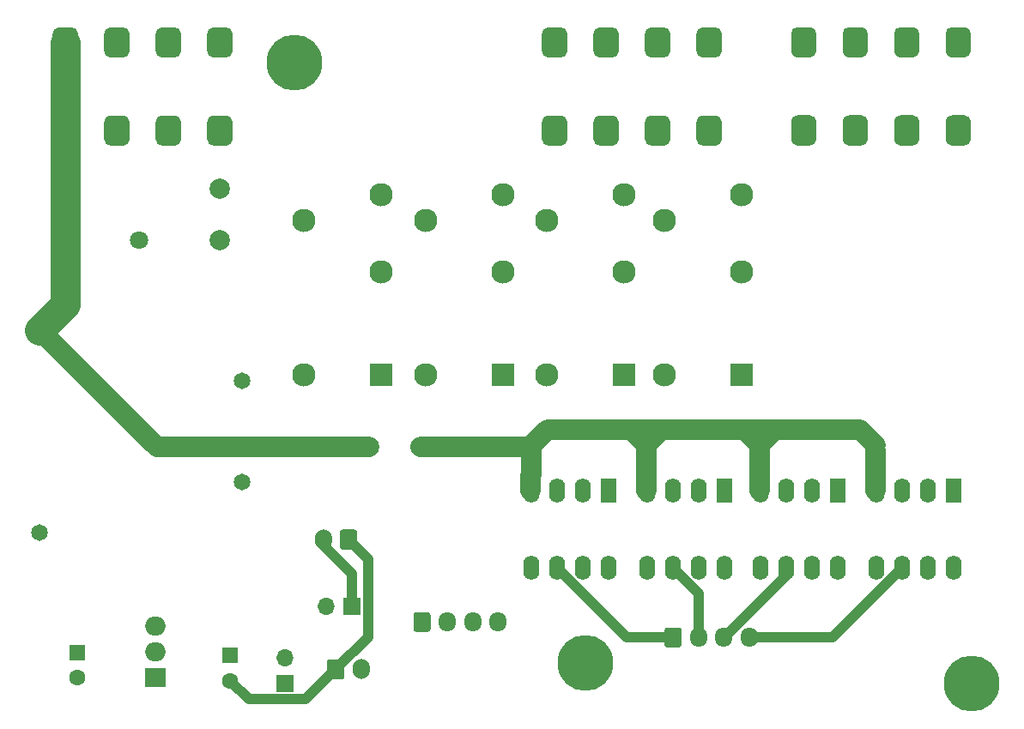
<source format=gbr>
G04 #@! TF.GenerationSoftware,KiCad,Pcbnew,(5.1.6)-1*
G04 #@! TF.CreationDate,2021-10-31T01:35:34+02:00*
G04 #@! TF.ProjectId,hamodule,68616d6f-6475-46c6-952e-6b696361645f,rev?*
G04 #@! TF.SameCoordinates,Original*
G04 #@! TF.FileFunction,Copper,L2,Bot*
G04 #@! TF.FilePolarity,Positive*
%FSLAX46Y46*%
G04 Gerber Fmt 4.6, Leading zero omitted, Abs format (unit mm)*
G04 Created by KiCad (PCBNEW (5.1.6)-1) date 2021-10-31 01:35:34*
%MOMM*%
%LPD*%
G01*
G04 APERTURE LIST*
G04 #@! TA.AperFunction,ComponentPad*
%ADD10C,1.650000*%
G04 #@! TD*
G04 #@! TA.AperFunction,ComponentPad*
%ADD11R,1.650000X1.650000*%
G04 #@! TD*
G04 #@! TA.AperFunction,ComponentPad*
%ADD12C,2.000000*%
G04 #@! TD*
G04 #@! TA.AperFunction,ComponentPad*
%ADD13O,1.700000X1.700000*%
G04 #@! TD*
G04 #@! TA.AperFunction,ComponentPad*
%ADD14R,1.700000X1.700000*%
G04 #@! TD*
G04 #@! TA.AperFunction,ComponentPad*
%ADD15O,1.700000X2.000000*%
G04 #@! TD*
G04 #@! TA.AperFunction,ComponentPad*
%ADD16C,1.600000*%
G04 #@! TD*
G04 #@! TA.AperFunction,ComponentPad*
%ADD17R,1.600000X1.600000*%
G04 #@! TD*
G04 #@! TA.AperFunction,ComponentPad*
%ADD18C,1.800000*%
G04 #@! TD*
G04 #@! TA.AperFunction,ComponentPad*
%ADD19C,5.500000*%
G04 #@! TD*
G04 #@! TA.AperFunction,ComponentPad*
%ADD20C,2.300000*%
G04 #@! TD*
G04 #@! TA.AperFunction,ComponentPad*
%ADD21R,2.300000X2.300000*%
G04 #@! TD*
G04 #@! TA.AperFunction,ComponentPad*
%ADD22O,1.700000X1.950000*%
G04 #@! TD*
G04 #@! TA.AperFunction,ComponentPad*
%ADD23R,1.600000X2.400000*%
G04 #@! TD*
G04 #@! TA.AperFunction,ComponentPad*
%ADD24O,1.600000X2.400000*%
G04 #@! TD*
G04 #@! TA.AperFunction,ComponentPad*
%ADD25O,2.000000X1.905000*%
G04 #@! TD*
G04 #@! TA.AperFunction,ComponentPad*
%ADD26R,2.000000X1.905000*%
G04 #@! TD*
G04 #@! TA.AperFunction,Conductor*
%ADD27C,2.000000*%
G04 #@! TD*
G04 #@! TA.AperFunction,Conductor*
%ADD28C,1.000000*%
G04 #@! TD*
G04 #@! TA.AperFunction,Conductor*
%ADD29C,3.000000*%
G04 #@! TD*
G04 APERTURE END LIST*
D10*
X124076500Y-108568500D03*
X124076500Y-118568500D03*
X104076500Y-123568500D03*
D11*
X104076500Y-103568500D03*
G04 #@! TA.AperFunction,ComponentPad*
G36*
G01*
X169491500Y-82383500D02*
X170741500Y-82383500D01*
G75*
G02*
X171366500Y-83008500I0J-625000D01*
G01*
X171366500Y-84758500D01*
G75*
G02*
X170741500Y-85383500I-625000J0D01*
G01*
X169491500Y-85383500D01*
G75*
G02*
X168866500Y-84758500I0J625000D01*
G01*
X168866500Y-83008500D01*
G75*
G02*
X169491500Y-82383500I625000J0D01*
G01*
G37*
G04 #@! TD.AperFunction*
G04 #@! TA.AperFunction,ComponentPad*
G36*
G01*
X169491500Y-73683500D02*
X170741500Y-73683500D01*
G75*
G02*
X171366500Y-74308500I0J-625000D01*
G01*
X171366500Y-76058500D01*
G75*
G02*
X170741500Y-76683500I-625000J0D01*
G01*
X169491500Y-76683500D01*
G75*
G02*
X168866500Y-76058500I0J625000D01*
G01*
X168866500Y-74308500D01*
G75*
G02*
X169491500Y-73683500I625000J0D01*
G01*
G37*
G04 #@! TD.AperFunction*
G04 #@! TA.AperFunction,ComponentPad*
G36*
G01*
X164411500Y-82383500D02*
X165661500Y-82383500D01*
G75*
G02*
X166286500Y-83008500I0J-625000D01*
G01*
X166286500Y-84758500D01*
G75*
G02*
X165661500Y-85383500I-625000J0D01*
G01*
X164411500Y-85383500D01*
G75*
G02*
X163786500Y-84758500I0J625000D01*
G01*
X163786500Y-83008500D01*
G75*
G02*
X164411500Y-82383500I625000J0D01*
G01*
G37*
G04 #@! TD.AperFunction*
G04 #@! TA.AperFunction,ComponentPad*
G36*
G01*
X164411500Y-73683500D02*
X165661500Y-73683500D01*
G75*
G02*
X166286500Y-74308500I0J-625000D01*
G01*
X166286500Y-76058500D01*
G75*
G02*
X165661500Y-76683500I-625000J0D01*
G01*
X164411500Y-76683500D01*
G75*
G02*
X163786500Y-76058500I0J625000D01*
G01*
X163786500Y-74308500D01*
G75*
G02*
X164411500Y-73683500I625000J0D01*
G01*
G37*
G04 #@! TD.AperFunction*
G04 #@! TA.AperFunction,ComponentPad*
G36*
G01*
X159331500Y-82383500D02*
X160581500Y-82383500D01*
G75*
G02*
X161206500Y-83008500I0J-625000D01*
G01*
X161206500Y-84758500D01*
G75*
G02*
X160581500Y-85383500I-625000J0D01*
G01*
X159331500Y-85383500D01*
G75*
G02*
X158706500Y-84758500I0J625000D01*
G01*
X158706500Y-83008500D01*
G75*
G02*
X159331500Y-82383500I625000J0D01*
G01*
G37*
G04 #@! TD.AperFunction*
G04 #@! TA.AperFunction,ComponentPad*
G36*
G01*
X159331500Y-73683500D02*
X160581500Y-73683500D01*
G75*
G02*
X161206500Y-74308500I0J-625000D01*
G01*
X161206500Y-76058500D01*
G75*
G02*
X160581500Y-76683500I-625000J0D01*
G01*
X159331500Y-76683500D01*
G75*
G02*
X158706500Y-76058500I0J625000D01*
G01*
X158706500Y-74308500D01*
G75*
G02*
X159331500Y-73683500I625000J0D01*
G01*
G37*
G04 #@! TD.AperFunction*
G04 #@! TA.AperFunction,ComponentPad*
G36*
G01*
X154251500Y-82383500D02*
X155501500Y-82383500D01*
G75*
G02*
X156126500Y-83008500I0J-625000D01*
G01*
X156126500Y-84758500D01*
G75*
G02*
X155501500Y-85383500I-625000J0D01*
G01*
X154251500Y-85383500D01*
G75*
G02*
X153626500Y-84758500I0J625000D01*
G01*
X153626500Y-83008500D01*
G75*
G02*
X154251500Y-82383500I625000J0D01*
G01*
G37*
G04 #@! TD.AperFunction*
G04 #@! TA.AperFunction,ComponentPad*
G36*
G01*
X154251500Y-73683500D02*
X155501500Y-73683500D01*
G75*
G02*
X156126500Y-74308500I0J-625000D01*
G01*
X156126500Y-76058500D01*
G75*
G02*
X155501500Y-76683500I-625000J0D01*
G01*
X154251500Y-76683500D01*
G75*
G02*
X153626500Y-76058500I0J625000D01*
G01*
X153626500Y-74308500D01*
G75*
G02*
X154251500Y-73683500I625000J0D01*
G01*
G37*
G04 #@! TD.AperFunction*
D12*
X141668500Y-115125500D03*
X136588500Y-115125500D03*
D13*
X128257300Y-135928100D03*
D14*
X128257300Y-138468100D03*
D15*
X135775700Y-137071100D03*
G04 #@! TA.AperFunction,ComponentPad*
G36*
G01*
X132425700Y-137821100D02*
X132425700Y-136321100D01*
G75*
G02*
X132675700Y-136071100I250000J0D01*
G01*
X133875700Y-136071100D01*
G75*
G02*
X134125700Y-136321100I0J-250000D01*
G01*
X134125700Y-137821100D01*
G75*
G02*
X133875700Y-138071100I-250000J0D01*
G01*
X132675700Y-138071100D01*
G75*
G02*
X132425700Y-137821100I0J250000D01*
G01*
G37*
G04 #@! TD.AperFunction*
G04 #@! TA.AperFunction,ComponentPad*
G36*
G01*
X194058500Y-82371500D02*
X195308500Y-82371500D01*
G75*
G02*
X195933500Y-82996500I0J-625000D01*
G01*
X195933500Y-84746500D01*
G75*
G02*
X195308500Y-85371500I-625000J0D01*
G01*
X194058500Y-85371500D01*
G75*
G02*
X193433500Y-84746500I0J625000D01*
G01*
X193433500Y-82996500D01*
G75*
G02*
X194058500Y-82371500I625000J0D01*
G01*
G37*
G04 #@! TD.AperFunction*
G04 #@! TA.AperFunction,ComponentPad*
G36*
G01*
X194058500Y-73671500D02*
X195308500Y-73671500D01*
G75*
G02*
X195933500Y-74296500I0J-625000D01*
G01*
X195933500Y-76046500D01*
G75*
G02*
X195308500Y-76671500I-625000J0D01*
G01*
X194058500Y-76671500D01*
G75*
G02*
X193433500Y-76046500I0J625000D01*
G01*
X193433500Y-74296500D01*
G75*
G02*
X194058500Y-73671500I625000J0D01*
G01*
G37*
G04 #@! TD.AperFunction*
G04 #@! TA.AperFunction,ComponentPad*
G36*
G01*
X188978500Y-82371500D02*
X190228500Y-82371500D01*
G75*
G02*
X190853500Y-82996500I0J-625000D01*
G01*
X190853500Y-84746500D01*
G75*
G02*
X190228500Y-85371500I-625000J0D01*
G01*
X188978500Y-85371500D01*
G75*
G02*
X188353500Y-84746500I0J625000D01*
G01*
X188353500Y-82996500D01*
G75*
G02*
X188978500Y-82371500I625000J0D01*
G01*
G37*
G04 #@! TD.AperFunction*
G04 #@! TA.AperFunction,ComponentPad*
G36*
G01*
X188978500Y-73671500D02*
X190228500Y-73671500D01*
G75*
G02*
X190853500Y-74296500I0J-625000D01*
G01*
X190853500Y-76046500D01*
G75*
G02*
X190228500Y-76671500I-625000J0D01*
G01*
X188978500Y-76671500D01*
G75*
G02*
X188353500Y-76046500I0J625000D01*
G01*
X188353500Y-74296500D01*
G75*
G02*
X188978500Y-73671500I625000J0D01*
G01*
G37*
G04 #@! TD.AperFunction*
G04 #@! TA.AperFunction,ComponentPad*
G36*
G01*
X183898500Y-82371500D02*
X185148500Y-82371500D01*
G75*
G02*
X185773500Y-82996500I0J-625000D01*
G01*
X185773500Y-84746500D01*
G75*
G02*
X185148500Y-85371500I-625000J0D01*
G01*
X183898500Y-85371500D01*
G75*
G02*
X183273500Y-84746500I0J625000D01*
G01*
X183273500Y-82996500D01*
G75*
G02*
X183898500Y-82371500I625000J0D01*
G01*
G37*
G04 #@! TD.AperFunction*
G04 #@! TA.AperFunction,ComponentPad*
G36*
G01*
X183898500Y-73671500D02*
X185148500Y-73671500D01*
G75*
G02*
X185773500Y-74296500I0J-625000D01*
G01*
X185773500Y-76046500D01*
G75*
G02*
X185148500Y-76671500I-625000J0D01*
G01*
X183898500Y-76671500D01*
G75*
G02*
X183273500Y-76046500I0J625000D01*
G01*
X183273500Y-74296500D01*
G75*
G02*
X183898500Y-73671500I625000J0D01*
G01*
G37*
G04 #@! TD.AperFunction*
G04 #@! TA.AperFunction,ComponentPad*
G36*
G01*
X178818500Y-82371500D02*
X180068500Y-82371500D01*
G75*
G02*
X180693500Y-82996500I0J-625000D01*
G01*
X180693500Y-84746500D01*
G75*
G02*
X180068500Y-85371500I-625000J0D01*
G01*
X178818500Y-85371500D01*
G75*
G02*
X178193500Y-84746500I0J625000D01*
G01*
X178193500Y-82996500D01*
G75*
G02*
X178818500Y-82371500I625000J0D01*
G01*
G37*
G04 #@! TD.AperFunction*
G04 #@! TA.AperFunction,ComponentPad*
G36*
G01*
X178818500Y-73671500D02*
X180068500Y-73671500D01*
G75*
G02*
X180693500Y-74296500I0J-625000D01*
G01*
X180693500Y-76046500D01*
G75*
G02*
X180068500Y-76671500I-625000J0D01*
G01*
X178818500Y-76671500D01*
G75*
G02*
X178193500Y-76046500I0J625000D01*
G01*
X178193500Y-74296500D01*
G75*
G02*
X178818500Y-73671500I625000J0D01*
G01*
G37*
G04 #@! TD.AperFunction*
G04 #@! TA.AperFunction,ComponentPad*
G36*
G01*
X121231500Y-82383500D02*
X122481500Y-82383500D01*
G75*
G02*
X123106500Y-83008500I0J-625000D01*
G01*
X123106500Y-84758500D01*
G75*
G02*
X122481500Y-85383500I-625000J0D01*
G01*
X121231500Y-85383500D01*
G75*
G02*
X120606500Y-84758500I0J625000D01*
G01*
X120606500Y-83008500D01*
G75*
G02*
X121231500Y-82383500I625000J0D01*
G01*
G37*
G04 #@! TD.AperFunction*
G04 #@! TA.AperFunction,ComponentPad*
G36*
G01*
X121231500Y-73683500D02*
X122481500Y-73683500D01*
G75*
G02*
X123106500Y-74308500I0J-625000D01*
G01*
X123106500Y-76058500D01*
G75*
G02*
X122481500Y-76683500I-625000J0D01*
G01*
X121231500Y-76683500D01*
G75*
G02*
X120606500Y-76058500I0J625000D01*
G01*
X120606500Y-74308500D01*
G75*
G02*
X121231500Y-73683500I625000J0D01*
G01*
G37*
G04 #@! TD.AperFunction*
G04 #@! TA.AperFunction,ComponentPad*
G36*
G01*
X116151500Y-82383500D02*
X117401500Y-82383500D01*
G75*
G02*
X118026500Y-83008500I0J-625000D01*
G01*
X118026500Y-84758500D01*
G75*
G02*
X117401500Y-85383500I-625000J0D01*
G01*
X116151500Y-85383500D01*
G75*
G02*
X115526500Y-84758500I0J625000D01*
G01*
X115526500Y-83008500D01*
G75*
G02*
X116151500Y-82383500I625000J0D01*
G01*
G37*
G04 #@! TD.AperFunction*
G04 #@! TA.AperFunction,ComponentPad*
G36*
G01*
X116151500Y-73683500D02*
X117401500Y-73683500D01*
G75*
G02*
X118026500Y-74308500I0J-625000D01*
G01*
X118026500Y-76058500D01*
G75*
G02*
X117401500Y-76683500I-625000J0D01*
G01*
X116151500Y-76683500D01*
G75*
G02*
X115526500Y-76058500I0J625000D01*
G01*
X115526500Y-74308500D01*
G75*
G02*
X116151500Y-73683500I625000J0D01*
G01*
G37*
G04 #@! TD.AperFunction*
G04 #@! TA.AperFunction,ComponentPad*
G36*
G01*
X111071500Y-82383500D02*
X112321500Y-82383500D01*
G75*
G02*
X112946500Y-83008500I0J-625000D01*
G01*
X112946500Y-84758500D01*
G75*
G02*
X112321500Y-85383500I-625000J0D01*
G01*
X111071500Y-85383500D01*
G75*
G02*
X110446500Y-84758500I0J625000D01*
G01*
X110446500Y-83008500D01*
G75*
G02*
X111071500Y-82383500I625000J0D01*
G01*
G37*
G04 #@! TD.AperFunction*
G04 #@! TA.AperFunction,ComponentPad*
G36*
G01*
X111071500Y-73683500D02*
X112321500Y-73683500D01*
G75*
G02*
X112946500Y-74308500I0J-625000D01*
G01*
X112946500Y-76058500D01*
G75*
G02*
X112321500Y-76683500I-625000J0D01*
G01*
X111071500Y-76683500D01*
G75*
G02*
X110446500Y-76058500I0J625000D01*
G01*
X110446500Y-74308500D01*
G75*
G02*
X111071500Y-73683500I625000J0D01*
G01*
G37*
G04 #@! TD.AperFunction*
G04 #@! TA.AperFunction,ComponentPad*
G36*
G01*
X105991500Y-82383500D02*
X107241500Y-82383500D01*
G75*
G02*
X107866500Y-83008500I0J-625000D01*
G01*
X107866500Y-84758500D01*
G75*
G02*
X107241500Y-85383500I-625000J0D01*
G01*
X105991500Y-85383500D01*
G75*
G02*
X105366500Y-84758500I0J625000D01*
G01*
X105366500Y-83008500D01*
G75*
G02*
X105991500Y-82383500I625000J0D01*
G01*
G37*
G04 #@! TD.AperFunction*
G04 #@! TA.AperFunction,ComponentPad*
G36*
G01*
X105991500Y-73683500D02*
X107241500Y-73683500D01*
G75*
G02*
X107866500Y-74308500I0J-625000D01*
G01*
X107866500Y-76058500D01*
G75*
G02*
X107241500Y-76683500I-625000J0D01*
G01*
X105991500Y-76683500D01*
G75*
G02*
X105366500Y-76058500I0J625000D01*
G01*
X105366500Y-74308500D01*
G75*
G02*
X105991500Y-73683500I625000J0D01*
G01*
G37*
G04 #@! TD.AperFunction*
D13*
X132372100Y-130850640D03*
D14*
X134912100Y-130850640D03*
D16*
X122872500Y-138188700D03*
D17*
X122872500Y-135688700D03*
D16*
X107759500Y-137920100D03*
D17*
X107759500Y-135420100D03*
D18*
X113916500Y-94673500D03*
X106416500Y-93040170D03*
D19*
X129171700Y-77152500D03*
D20*
X154114500Y-108013500D03*
X154114500Y-92773500D03*
X161734500Y-90233500D03*
X161734500Y-97853500D03*
D21*
X161734500Y-108013500D03*
D22*
X149288500Y-132397500D03*
X146788500Y-132397500D03*
X144288500Y-132397500D03*
G04 #@! TA.AperFunction,ComponentPad*
G36*
G01*
X140938500Y-133122500D02*
X140938500Y-131672500D01*
G75*
G02*
X141188500Y-131422500I250000J0D01*
G01*
X142388500Y-131422500D01*
G75*
G02*
X142638500Y-131672500I0J-250000D01*
G01*
X142638500Y-133122500D01*
G75*
G02*
X142388500Y-133372500I-250000J0D01*
G01*
X141188500Y-133372500D01*
G75*
G02*
X140938500Y-133122500I0J250000D01*
G01*
G37*
G04 #@! TD.AperFunction*
D23*
X171626500Y-119427500D03*
D24*
X164006500Y-127047500D03*
X169086500Y-119427500D03*
X166546500Y-127047500D03*
X166546500Y-119427500D03*
X169086500Y-127047500D03*
X164006500Y-119427500D03*
X171626500Y-127047500D03*
D23*
X194232500Y-119427500D03*
D24*
X186612500Y-127047500D03*
X191692500Y-119427500D03*
X189152500Y-127047500D03*
X189152500Y-119427500D03*
X191692500Y-127047500D03*
X186612500Y-119427500D03*
X194232500Y-127047500D03*
D23*
X182802500Y-119427500D03*
D24*
X175182500Y-127047500D03*
X180262500Y-119427500D03*
X177722500Y-127047500D03*
X177722500Y-119427500D03*
X180262500Y-127047500D03*
X175182500Y-119427500D03*
X182802500Y-127047500D03*
D23*
X160196500Y-119427500D03*
D24*
X152576500Y-127047500D03*
X157656500Y-119427500D03*
X155116500Y-127047500D03*
X155116500Y-119427500D03*
X157656500Y-127047500D03*
X152576500Y-119427500D03*
X160196500Y-127047500D03*
D25*
X115531900Y-132778500D03*
X115531900Y-135318500D03*
D26*
X115531900Y-137858500D03*
D22*
X174060500Y-133921500D03*
X171560500Y-133921500D03*
X169060500Y-133921500D03*
G04 #@! TA.AperFunction,ComponentPad*
G36*
G01*
X165710500Y-134646500D02*
X165710500Y-133196500D01*
G75*
G02*
X165960500Y-132946500I250000J0D01*
G01*
X167160500Y-132946500D01*
G75*
G02*
X167410500Y-133196500I0J-250000D01*
G01*
X167410500Y-134646500D01*
G75*
G02*
X167160500Y-134896500I-250000J0D01*
G01*
X165960500Y-134896500D01*
G75*
G02*
X165710500Y-134646500I0J250000D01*
G01*
G37*
G04 #@! TD.AperFunction*
D15*
X132056500Y-124269500D03*
G04 #@! TA.AperFunction,ComponentPad*
G36*
G01*
X135406500Y-123519500D02*
X135406500Y-125019500D01*
G75*
G02*
X135156500Y-125269500I-250000J0D01*
G01*
X133956500Y-125269500D01*
G75*
G02*
X133706500Y-125019500I0J250000D01*
G01*
X133706500Y-123519500D01*
G75*
G02*
X133956500Y-123269500I250000J0D01*
G01*
X135156500Y-123269500D01*
G75*
G02*
X135406500Y-123519500I0J-250000D01*
G01*
G37*
G04 #@! TD.AperFunction*
D19*
X157924500Y-136461500D03*
X196024500Y-138493500D03*
D12*
X121856500Y-94678500D03*
X121856500Y-89598500D03*
D20*
X130111500Y-108013500D03*
X130111500Y-92773500D03*
X137731500Y-90233500D03*
X137731500Y-97853500D03*
D21*
X137731500Y-108013500D03*
D20*
X142176500Y-108013500D03*
X142176500Y-92773500D03*
X149796500Y-90233500D03*
X149796500Y-97853500D03*
D21*
X149796500Y-108013500D03*
D20*
X165671500Y-108013500D03*
X165671500Y-92773500D03*
X173291500Y-90233500D03*
X173291500Y-97853500D03*
D21*
X173291500Y-108013500D03*
D27*
X163953016Y-114896015D02*
X163946490Y-114902541D01*
X162436492Y-113379490D02*
X163953016Y-114896015D01*
X173599439Y-113379490D02*
X175122490Y-114902541D01*
X165469541Y-113379490D02*
X163946490Y-114902541D01*
X166274510Y-113379490D02*
X165469541Y-113379490D01*
X166274510Y-113379490D02*
X173599439Y-113379490D01*
X177450510Y-113379490D02*
X176645541Y-113379490D01*
X176645541Y-113379490D02*
X175122490Y-114902541D01*
X175122490Y-117950541D02*
X175122490Y-119427500D01*
X175122490Y-115410541D02*
X175122490Y-117950541D01*
X163946490Y-117950541D02*
X163946490Y-119427500D01*
X163946490Y-115410541D02*
X163946490Y-117950541D01*
X186552490Y-117950541D02*
X186552490Y-119427500D01*
X186552490Y-115410541D02*
X186552490Y-117950541D01*
X177450510Y-113379490D02*
X185029439Y-113379490D01*
X185029439Y-113379490D02*
X186552490Y-114902541D01*
X152516490Y-117950541D02*
X152516490Y-119427500D01*
X152558510Y-117908521D02*
X152516490Y-117950541D01*
X152558510Y-115347510D02*
X152558510Y-117908521D01*
X154146490Y-113379490D02*
X177450510Y-113379490D01*
X152400480Y-115125500D02*
X154146490Y-113379490D01*
X141668500Y-115125500D02*
X152400480Y-115125500D01*
D28*
X134912100Y-130850640D02*
X134912100Y-127673100D01*
X132056500Y-124817500D02*
X132056500Y-124269500D01*
X134912100Y-127673100D02*
X132056500Y-124817500D01*
X136462101Y-133884699D02*
X136462101Y-126175101D01*
X136462101Y-126175101D02*
X134556500Y-124269500D01*
X133275700Y-137071100D02*
X136462101Y-133884699D01*
X124701901Y-140018101D02*
X130328699Y-140018101D01*
X130328699Y-140018101D02*
X133275700Y-137071100D01*
X122872500Y-138188700D02*
X124701901Y-140018101D01*
X189133834Y-127047500D02*
X189152500Y-127047500D01*
X182259834Y-133921500D02*
X189133834Y-127047500D01*
X174060500Y-133921500D02*
X182259834Y-133921500D01*
X171560500Y-133921500D02*
X171640500Y-133921500D01*
X177722500Y-127839500D02*
X177722500Y-127047500D01*
X171640500Y-133921500D02*
X177722500Y-127839500D01*
X169060500Y-129561500D02*
X166546500Y-127047500D01*
X169060500Y-133921500D02*
X169060500Y-129561500D01*
X161990500Y-133921500D02*
X166560500Y-133921500D01*
X155116500Y-127047500D02*
X161990500Y-133921500D01*
D29*
X106616500Y-101028500D02*
X104076500Y-103568500D01*
X106616500Y-75183500D02*
X106616500Y-101028500D01*
D27*
X115633500Y-115125500D02*
X104076500Y-103568500D01*
X131000500Y-115125500D02*
X115633500Y-115125500D01*
X136588500Y-115125500D02*
X115633500Y-115125500D01*
M02*

</source>
